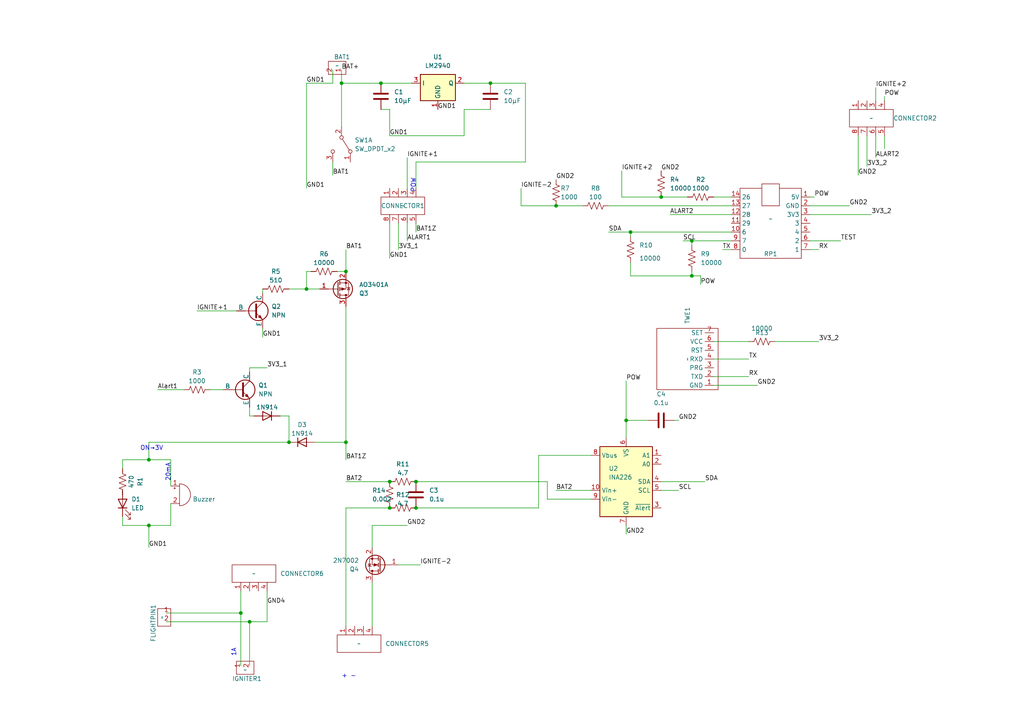
<source format=kicad_sch>
(kicad_sch (version 20230121) (generator eeschema)
  (paper "A4")
  (title_block (title "種子島コンテスト2024") (date "2024-02-01") (company "WASAロケットプロジェクト"))
  (lib_symbols
    (symbol "Device:Buzzer" (pin_names (offset 0.0254) hide)
      (property "Reference" "BZ" (at 3.81 1.27 0))
      (property "Value" "Buzzer" (at 3.81 -1.27 0))
      (symbol "Buzzer_0_1"
        (arc (start 0 -3.175) (mid 3.1612 0) (end 0 3.175))
        (polyline (pts (xy -1.651 1.905) (xy -1.143 1.905)))
        (polyline (pts (xy -1.397 2.159) (xy -1.397 1.651)))
        (polyline (pts (xy 0 3.175) (xy 0 -3.175)))
      )
      (symbol "Buzzer_1_1"
        (pin passive line (at -2.54 2.54 0) (length 2.54) (name "-") (number "1"))
        (pin passive line (at -2.54 -2.54 0) (length 2.54) (name "+") (number "2"))
      )
    )
    (symbol "Device:C" (pin_numbers hide) (pin_names (offset 0.254))
      (property "Reference" "C" (at 0.635 2.54 0))
      (property "Value" "C" (at 0.635 -2.54 0))
      (symbol "C_0_1"
        (polyline (pts (xy -2.032 -0.762) (xy 2.032 -0.762)) (stroke (width 0.508)))
        (polyline (pts (xy -2.032 0.762) (xy 2.032 0.762)) (stroke (width 0.508)))
      )
      (symbol "C_1_1"
        (pin passive line (at 0 3.81 270) (length 2.794) (name "~") (number "1"))
        (pin passive line (at 0 -3.81 90) (length 2.794) (name "~") (number "2"))
      )
    )
    (symbol "Device:LED" (pin_numbers hide) (pin_names (offset 1.016) hide)
      (property "Reference" "D" (at 0 2.54 0))
      (property "Value" "LED" (at 0 -2.54 0))
      (symbol "LED_0_1"
        (polyline (pts (xy -1.27 -1.27) (xy -1.27 1.27)) (stroke (width 0.254)))
        (polyline (pts (xy -1.27 0) (xy 1.27 0)))
        (polyline (pts (xy 1.27 -1.27) (xy 1.27 1.27) (xy -1.27 0) (xy 1.27 -1.27)) (stroke (width 0.254)))
        (polyline (pts (xy -3.048 -0.762) (xy -4.572 -2.286) (xy -3.81 -2.286) (xy -4.572 -2.286) (xy -4.572 -1.524)))
        (polyline (pts (xy -1.778 -0.762) (xy -3.302 -2.286) (xy -2.54 -2.286) (xy -3.302 -2.286) (xy -3.302 -1.524)))
      )
      (symbol "LED_1_1"
        (pin passive line (at -3.81 0 0) (length 2.54) (name "K") (number "1"))
        (pin passive line (at 3.81 0 180) (length 2.54) (name "A") (number "2"))
      )
    )
    (symbol "Device:R_US" (pin_numbers hide) (pin_names (offset 0))
      (property "Reference" "R" (at 2.54 0 90))
      (property "Value" "R_US" (at -2.54 0 90))
      (symbol "R_US_0_1"
        (polyline (pts (xy 0 -2.286) (xy 0 -2.54)))
        (polyline (pts (xy 0 2.286) (xy 0 2.54)))
        (polyline (pts (xy 0 -0.762) (xy 1.016 -1.143) (xy 0 -1.524) (xy -1.016 -1.905) (xy 0 -2.286)))
        (polyline (pts (xy 0 0.762) (xy 1.016 0.381) (xy 0 0) (xy -1.016 -0.381) (xy 0 -0.762)))
        (polyline (pts (xy 0 2.286) (xy 1.016 1.905) (xy 0 1.524) (xy -1.016 1.143) (xy 0 0.762)))
      )
      (symbol "R_US_1_1"
        (pin passive line (at 0 3.81 270) (length 1.27) (name "~") (number "1"))
        (pin passive line (at 0 -3.81 90) (length 1.27) (name "~") (number "2"))
      )
    )
    (symbol "Diode:1N914" (pin_numbers hide) (pin_names hide)
      (property "Reference" "D" (at 0 2.54 0))
      (property "Value" "1N914" (at 0 -2.54 0))
      (symbol "1N914_0_1"
        (polyline (pts (xy -1.27 1.27) (xy -1.27 -1.27)) (stroke (width 0.254)))
        (polyline (pts (xy 1.27 0) (xy -1.27 0)))
        (polyline (pts (xy 1.27 1.27) (xy 1.27 -1.27) (xy -1.27 0) (xy 1.27 1.27)) (stroke (width 0.254)))
      )
      (symbol "1N914_1_1"
        (pin passive line (at -3.81 0 0) (length 2.54) (name "K") (number "1"))
        (pin passive line (at 3.81 0 180) (length 2.54) (name "A") (number "2"))
      )
    )
    (symbol "Modelrocket Igniter:SingleIgniter"
      (property "Reference" "Ig" (at 0 -3.81 0))
      (symbol "SingleIgniter_0_1"
        (rectangle (start -2.54 2.54) (end 2.54 -1.27))
      )
      (symbol "SingleIgniter_1_1"
        (pin input line (at -1.27 1.27 90) (length 0) (name "") (number "1"))
        (pin input line (at 1.27 1.27 90) (length 0) (name "") (number "2"))
      )
    )
    (symbol "MyConnector:4pin_looseconnector"
      (property "Reference" "CONNECTOR" (at 0 -3.81 0))
      (symbol "4pin_looseconnector_0_1"
        (polyline (pts (xy -6.35 2.54) (xy -6.35 -2.54) (xy 6.35 -2.54) (xy 6.35 2.54) (xy -6.35 2.54)))
      )
      (symbol "4pin_looseconnector_1_1"
        (pin input line (at -3.81 5.08 270) (length 2.54) (name "") (number "1"))
        (pin input line (at -1.27 5.08 270) (length 2.54) (name "") (number "2"))
        (pin input line (at 1.27 5.08 270) (length 2.54) (name "") (number "3"))
        (pin input line (at 3.81 5.08 270) (length 2.54) (name "") (number "4"))
      )
    )
    (symbol "MyConnector:8pin_looseconnector"
      (property "Reference" "CONNECTOR" (at 0 0 0))
      (symbol "8pin_looseconnector_0_1"
        (polyline (pts (xy -6.35 2.54) (xy -6.35 -2.54) (xy 6.35 -2.54) (xy 6.35 2.54) (xy -6.35 2.54)))
      )
      (symbol "8pin_looseconnector_1_1"
        (pin input line (at -3.81 5.08 270) (length 2.54) (name "") (number "1"))
        (pin input line (at -1.27 5.08 270) (length 2.54) (name "") (number "2"))
        (pin input line (at 1.27 5.08 270) (length 2.54) (name "") (number "3"))
        (pin input line (at 3.81 5.08 270) (length 2.54) (name "") (number "4"))
        (pin input line (at 3.81 -5.08 90) (length 2.54) (name "") (number "5"))
        (pin input line (at 1.27 -5.08 90) (length 2.54) (name "") (number "6"))
        (pin input line (at -1.27 -5.08 90) (length 2.54) (name "") (number "7"))
        (pin input line (at -3.81 -5.08 90) (length 2.54) (name "") (number "8"))
      )
    )
    (symbol "Regulator_Linear:IFX27001TFV50"
      (property "Reference" "U" (at 0 6.35 0))
      (property "Value" "IFX27001TFV50" (at 0 3.81 0))
      (symbol "IFX27001TFV50_1_1"
        (rectangle (start -5.08 2.54) (end 5.08 -5.08) (stroke (width 0.254)) (fill (type background)))
        (pin power_in line (at 0 -7.62 90) (length 2.54) (name "GND") (number "1"))
        (pin power_out line (at 7.62 0 180) (length 2.54) (name "Q") (number "2"))
        (pin power_in line (at -7.62 0 0) (length 2.54) (name "I") (number "3"))
      )
    )
    (symbol "Sensor_Energy:INA226"
      (property "Reference" "U" (at -6.35 11.43 0))
      (property "Value" "INA226" (at 3.81 11.43 0))
      (symbol "INA226_0_1"
        (rectangle (start 7.62 10.16) (end -7.62 -10.16) (stroke (width 0.254)) (fill (type background)))
      )
      (symbol "INA226_1_1"
        (pin input line (at 10.16 7.62 180) (length 2.54) (name "A1") (number "1"))
        (pin input line (at -10.16 -2.54 0) (length 2.54) (name "Vin+") (number "10"))
        (pin input line (at 10.16 5.08 180) (length 2.54) (name "A0") (number "2"))
        (pin open_collector line (at 10.16 -7.62 180) (length 2.54) (name "~{Alert}") (number "3"))
        (pin bidirectional line (at 10.16 0 180) (length 2.54) (name "SDA") (number "4"))
        (pin input line (at 10.16 -2.54 180) (length 2.54) (name "SCL") (number "5"))
        (pin power_in line (at 0 12.7 270) (length 2.54) (name "VS") (number "6"))
        (pin power_in line (at 0 -12.7 90) (length 2.54) (name "GND") (number "7"))
        (pin input line (at -10.16 7.62 0) (length 2.54) (name "Vbus") (number "8"))
        (pin input line (at -10.16 -5.08 0) (length 2.54) (name "Vin-") (number "9"))
      )
    )
    (symbol "Simulation_SPICE:NPN" (pin_numbers hide) (pin_names (offset 0))
      (property "Reference" "Q" (at -2.54 7.62 0))
      (property "Value" "NPN" (at -2.54 5.08 0))
      (symbol "NPN_0_1"
        (polyline (pts (xy -2.54 0) (xy 0.635 0)) (stroke (width 0.1524)))
        (polyline (pts (xy 0.635 0.635) (xy 2.54 2.54)))
        (polyline (pts (xy 2.794 -1.27) (xy 2.794 -1.27)) (stroke (width 0.1524)))
        (polyline (pts (xy 2.794 -1.27) (xy 2.794 -1.27)) (stroke (width 0.1524)))
        (polyline (pts (xy 0.635 -0.635) (xy 2.54 -2.54) (xy 2.54 -2.54)))
        (polyline (pts (xy 0.635 1.905) (xy 0.635 -1.905) (xy 0.635 -1.905)) (stroke (width 0.508)))
        (polyline (pts (xy 1.27 -1.778) (xy 1.778 -1.27) (xy 2.286 -2.286) (xy 1.27 -1.778) (xy 1.27 -1.778)) (fill (type outline)))
        (circle (center 1.27 0) (radius 2.8194) (stroke (width 0.254)))
      )
      (symbol "NPN_1_1"
        (pin open_collector line (at 2.54 5.08 270) (length 2.54) (name "C") (number "1"))
        (pin input line (at -5.08 0 0) (length 2.54) (name "B") (number "2"))
        (pin open_emitter line (at 2.54 -5.08 90) (length 2.54) (name "E") (number "3"))
      )
    )
    (symbol "Switch:SW_DPDT_x2" (pin_names (offset 0) hide)
      (property "Reference" "SW" (at 0 4.318 0))
      (property "Value" "SW_DPDT_x2" (at 0 -5.08 0))
      (symbol "SW_DPDT_x2_0_0"
        (circle (center -2.032 0) (radius 0.508))
        (circle (center 2.032 -2.54) (radius 0.508))
      )
      (symbol "SW_DPDT_x2_0_1"
        (polyline (pts (xy -1.524 0.254) (xy 1.651 2.286)))
        (circle (center 2.032 2.54) (radius 0.508))
      )
      (symbol "SW_DPDT_x2_1_1"
        (pin passive line (at 5.08 2.54 180) (length 2.54) (name "A") (number "1"))
        (pin passive line (at -5.08 0 0) (length 2.54) (name "B") (number "2"))
        (pin passive line (at 5.08 -2.54 180) (length 2.54) (name "C") (number "3"))
      )
      (symbol "SW_DPDT_x2_2_1"
        (pin passive line (at 5.08 2.54 180) (length 2.54) (name "A") (number "4"))
        (pin passive line (at -5.08 0 0) (length 2.54) (name "B") (number "5"))
        (pin passive line (at 5.08 -2.54 180) (length 2.54) (name "C") (number "6"))
      )
    )
    (symbol "Transistor_FET:2N7002" (pin_names hide)
      (property "Reference" "Q" (at 5.08 1.905 0))
      (property "Value" "2N7002" (at 5.08 0 0))
      (symbol "2N7002_0_1"
        (polyline (pts (xy 0.254 0) (xy -2.54 0)))
        (polyline (pts (xy 0.254 1.905) (xy 0.254 -1.905)) (stroke (width 0.254)))
        (polyline (pts (xy 0.762 -1.27) (xy 0.762 -2.286)) (stroke (width 0.254)))
        (polyline (pts (xy 0.762 0.508) (xy 0.762 -0.508)) (stroke (width 0.254)))
        (polyline (pts (xy 0.762 2.286) (xy 0.762 1.27)) (stroke (width 0.254)))
        (polyline (pts (xy 2.54 2.54) (xy 2.54 1.778)))
        (polyline (pts (xy 2.54 -2.54) (xy 2.54 0) (xy 0.762 0)))
        (polyline (pts (xy 0.762 -1.778) (xy 3.302 -1.778) (xy 3.302 1.778) (xy 0.762 1.778)))
        (polyline (pts (xy 1.016 0) (xy 2.032 0.381) (xy 2.032 -0.381) (xy 1.016 0)) (fill (type outline)))
        (polyline (pts (xy 2.794 0.508) (xy 2.921 0.381) (xy 3.683 0.381) (xy 3.81 0.254)))
        (polyline (pts (xy 3.302 0.381) (xy 2.921 -0.254) (xy 3.683 -0.254) (xy 3.302 0.381)))
        (circle (center 1.651 0) (radius 2.794) (stroke (width 0.254)))
        (circle (center 2.54 -1.778) (radius 0.254) (fill (type outline)))
        (circle (center 2.54 1.778) (radius 0.254) (fill (type outline)))
      )
      (symbol "2N7002_1_1"
        (pin input line (at -5.08 0 0) (length 2.54) (name "G") (number "1"))
        (pin passive line (at 2.54 -5.08 90) (length 2.54) (name "S") (number "2"))
        (pin passive line (at 2.54 5.08 270) (length 2.54) (name "D") (number "3"))
      )
    )
    (symbol "Transistor_FET:AO3401A" (pin_names hide)
      (property "Reference" "Q" (at 5.08 1.905 0))
      (property "Value" "AO3401A" (at 5.08 0 0))
      (symbol "AO3401A_0_1"
        (polyline (pts (xy 0.254 0) (xy -2.54 0)))
        (polyline (pts (xy 0.254 1.905) (xy 0.254 -1.905)) (stroke (width 0.254)))
        (polyline (pts (xy 0.762 -1.27) (xy 0.762 -2.286)) (stroke (width 0.254)))
        (polyline (pts (xy 0.762 0.508) (xy 0.762 -0.508)) (stroke (width 0.254)))
        (polyline (pts (xy 0.762 2.286) (xy 0.762 1.27)) (stroke (width 0.254)))
        (polyline (pts (xy 2.54 2.54) (xy 2.54 1.778)))
        (polyline (pts (xy 2.54 -2.54) (xy 2.54 0) (xy 0.762 0)))
        (polyline (pts (xy 0.762 1.778) (xy 3.302 1.778) (xy 3.302 -1.778) (xy 0.762 -1.778)))
        (polyline (pts (xy 2.286 0) (xy 1.27 0.381) (xy 1.27 -0.381) (xy 2.286 0)) (fill (type outline)))
        (polyline (pts (xy 2.794 -0.508) (xy 2.921 -0.381) (xy 3.683 -0.381) (xy 3.81 -0.254)))
        (polyline (pts (xy 3.302 -0.381) (xy 2.921 0.254) (xy 3.683 0.254) (xy 3.302 -0.381)))
        (circle (center 1.651 0) (radius 2.794) (stroke (width 0.254)))
        (circle (center 2.54 -1.778) (radius 0.254) (fill (type outline)))
        (circle (center 2.54 1.778) (radius 0.254) (fill (type outline)))
      )
      (symbol "AO3401A_1_1"
        (pin input line (at -5.08 0 0) (length 2.54) (name "G") (number "1"))
        (pin passive line (at 2.54 -5.08 90) (length 2.54) (name "S") (number "2"))
        (pin passive line (at 2.54 5.08 270) (length 2.54) (name "D") (number "3"))
      )
    )
    (symbol "miconboard:Seeed_Xiao_RP2040"
      (property "Reference" "RP2040" (at 0 -1.27 90))
      (symbol "Seeed_Xiao_RP2040_1_1"
        (polyline (pts (xy -8.89 -11.43) (xy -8.89 8.89) (xy -2.54 8.89) (xy -2.54 10.16) (xy -2.54 3.81) (xy 2.54 3.81) (xy 2.54 10.16) (xy -2.54 10.16) (xy 2.54 10.16) (xy 2.54 8.89) (xy 8.89 8.89) (xy 8.89 -11.43) (xy -7.62 -11.43) (xy -8.89 -11.43)))
        (pin input line (at 11.43 6.35 180) (length 2.54) (name "5V") (number "1"))
        (pin input line (at -11.43 -3.81 0) (length 2.54) (name "6") (number "10"))
        (pin input line (at -11.43 -1.27 0) (length 2.54) (name "29") (number "11"))
        (pin input line (at -11.43 1.27 0) (length 2.54) (name "28") (number "12"))
        (pin input line (at -11.43 3.81 0) (length 2.54) (name "27") (number "13"))
        (pin input line (at -11.43 6.35 0) (length 2.54) (name "26") (number "14"))
        (pin input line (at 11.43 3.81 180) (length 2.54) (name "GND") (number "2"))
        (pin input line (at 11.43 1.27 180) (length 2.54) (name "3V3") (number "3"))
        (pin input line (at 11.43 -1.27 180) (length 2.54) (name "3") (number "4"))
        (pin input line (at 11.43 -3.81 180) (length 2.54) (name "4") (number "5"))
        (pin input line (at 11.43 -6.35 180) (length 2.54) (name "2") (number "6"))
        (pin input line (at 11.43 -8.89 180) (length 2.54) (name "1") (number "7"))
        (pin input line (at -11.43 -8.89 0) (length 2.54) (name "0") (number "8"))
        (pin input line (at -11.43 -6.35 0) (length 2.54) (name "7") (number "9"))
      )
    )
    (symbol "miconboard:TWELITE_UART"
      (property "Reference" "TWE" (at 0 0 0))
      (symbol "TWELITE_UART_0_1"
        (rectangle (start -8.89 8.89) (end 8.89 -8.89))
      )
      (symbol "TWELITE_UART_1_1"
        (pin input line (at -7.62 -7.62 90) (length 2.54) (name "GND") (number "1"))
        (pin input line (at -5.08 -7.62 90) (length 2.54) (name "TXD") (number "2"))
        (pin input line (at -2.54 -7.62 90) (length 2.54) (name "PRG") (number "3"))
        (pin input line (at 0 -7.62 90) (length 2.54) (name "RXD") (number "4"))
        (pin input line (at 2.54 -7.62 90) (length 2.54) (name "RST") (number "5"))
        (pin input line (at 5.08 -7.62 90) (length 2.54) (name "VCC") (number "6"))
        (pin input line (at 7.62 -7.62 90) (length 2.54) (name "SET") (number "7"))
      )
    )
  )
  (junction (at 99.06 24.13))
  (junction (at 142.24 24.13))
  (junction (at 181.61 121.92))
  (junction (at 113.03 139.7))
  (junction (at 83.82 128.27))
  (junction (at 161.29 59.69))
  (junction (at 200.66 80.01))
  (junction (at 120.65 139.7))
  (junction (at 43.18 152.4))
  (junction (at 120.65 147.32))
  (junction (at 69.85 177.8))
  (junction (at 100.33 128.27))
  (junction (at 110.49 24.13))
  (junction (at 191.77 57.15))
  (junction (at 72.39 180.34))
  (junction (at 182.88 67.31))
  (junction (at 43.18 133.35))
  (junction (at 200.66 69.85))
  (junction (at 113.03 147.32))
  (junction (at 100.33 78.74))
  (junction (at 88.9 83.82))
  (wire (pts (xy 76.2 83.82) (xy 76.2 85.09)))
  (wire (pts (xy 180.34 49.53) (xy 180.34 57.15)))
  (wire (pts (xy 182.88 68.58) (xy 182.88 67.31)))
  (wire (pts (xy 194.31 62.23) (xy 212.09 62.23)))
  (wire (pts (xy 69.85 171.45) (xy 69.85 177.8)))
  (wire (pts (xy 254 45.72) (xy 254 39.37)))
  (wire (pts (xy 158.75 144.78) (xy 171.45 144.78)))
  (wire (pts (xy 187.96 121.92) (xy 181.61 121.92)))
  (wire (pts (xy 49.53 152.4) (xy 43.18 152.4)))
  (wire (pts (xy 118.11 45.72) (xy 118.11 54.61)))
  (wire (pts (xy 200.66 69.85) (xy 212.09 69.85)))
  (wire (pts (xy 182.88 80.01) (xy 200.66 80.01)))
  (wire (pts (xy 96.52 50.8) (xy 96.52 46.99)))
  (wire (pts (xy 69.85 177.8) (xy 69.85 193.04)))
  (wire (pts (xy 207.01 99.06) (xy 217.17 99.06)))
  (wire (pts (xy 96.52 24.13) (xy 88.9 24.13)))
  (wire (pts (xy 251.46 48.26) (xy 251.46 39.37)))
  (wire (pts (xy 120.65 147.32) (xy 156.21 147.32)))
  (wire (pts (xy 118.11 64.77) (xy 118.11 69.85)))
  (wire (pts (xy 248.92 50.8) (xy 248.92 39.37)))
  (wire (pts (xy 57.15 90.17) (xy 68.58 90.17)))
  (wire (pts (xy 134.62 31.75) (xy 142.24 31.75)))
  (wire (pts (xy 49.53 146.05) (xy 49.53 152.4)))
  (wire (pts (xy 120.65 46.99) (xy 152.4 46.99)))
  (wire (pts (xy 234.95 72.39) (xy 237.49 72.39)))
  (wire (pts (xy 35.56 152.4) (xy 43.18 152.4)))
  (wire (pts (xy 53.34 113.03) (xy 45.72 113.03)))
  (wire (pts (xy 83.82 120.65) (xy 83.82 128.27)))
  (wire (pts (xy 180.34 57.15) (xy 191.77 57.15)))
  (wire (pts (xy 35.56 133.35) (xy 43.18 133.35)))
  (wire (pts (xy 43.18 128.27) (xy 83.82 128.27)))
  (wire (pts (xy 120.65 67.31) (xy 120.65 64.77)))
  (wire (pts (xy 156.21 132.08) (xy 171.45 132.08)))
  (wire (pts (xy 81.28 120.65) (xy 83.82 120.65)))
  (wire (pts (xy 182.88 67.31) (xy 212.09 67.31)))
  (wire (pts (xy 113.03 139.7) (xy 100.33 139.7)))
  (wire (pts (xy 107.95 152.4) (xy 118.11 152.4)))
  (wire (pts (xy 72.39 180.34) (xy 72.39 193.04)))
  (wire (pts (xy 152.4 46.99) (xy 152.4 24.13)))
  (wire (pts (xy 91.44 128.27) (xy 100.33 128.27)))
  (wire (pts (xy 142.24 24.13) (xy 152.4 24.13)))
  (wire (pts (xy 100.33 72.39) (xy 100.33 78.74)))
  (wire (pts (xy 73.66 120.65) (xy 72.39 120.65)))
  (wire (pts (xy 83.82 83.82) (xy 88.9 83.82)))
  (wire (pts (xy 176.53 67.31) (xy 182.88 67.31)))
  (wire (pts (xy 115.57 72.39) (xy 115.57 64.77)))
  (wire (pts (xy 181.61 152.4) (xy 181.61 154.94)))
  (wire (pts (xy 181.61 121.92) (xy 181.61 127)))
  (wire (pts (xy 113.03 31.75) (xy 110.49 31.75)))
  (wire (pts (xy 224.79 99.06) (xy 237.49 99.06)))
  (wire (pts (xy 254 25.4) (xy 254 29.21)))
  (wire (pts (xy 203.2 82.55) (xy 203.2 80.01)))
  (wire (pts (xy 236.22 57.15) (xy 234.95 57.15)))
  (wire (pts (xy 234.95 59.69) (xy 246.38 59.69)))
  (wire (pts (xy 200.66 80.01) (xy 200.66 78.74)))
  (wire (pts (xy 196.85 121.92) (xy 195.58 121.92)))
  (wire (pts (xy 43.18 128.27) (xy 43.18 133.35)))
  (wire (pts (xy 107.95 158.75) (xy 107.95 152.4)))
  (wire (pts (xy 209.55 72.39) (xy 212.09 72.39)))
  (wire (pts (xy 161.29 142.24) (xy 171.45 142.24)))
  (wire (pts (xy 256.54 27.94) (xy 256.54 29.21)))
  (wire (pts (xy 96.52 20.32) (xy 96.52 24.13)))
  (wire (pts (xy 151.13 54.61) (xy 151.13 59.69)))
  (wire (pts (xy 35.56 143.51) (xy 35.56 142.24)))
  (wire (pts (xy 113.03 39.37) (xy 113.03 31.75)))
  (wire (pts (xy 191.77 139.7) (xy 204.47 139.7)))
  (wire (pts (xy 115.57 163.83) (xy 121.92 163.83)))
  (wire (pts (xy 88.9 83.82) (xy 92.71 83.82)))
  (wire (pts (xy 158.75 139.7) (xy 158.75 144.78)))
  (wire (pts (xy 234.95 69.85) (xy 243.84 69.85)))
  (wire (pts (xy 207.01 109.22) (xy 217.17 109.22)))
  (wire (pts (xy 120.65 54.61) (xy 120.65 46.99)))
  (wire (pts (xy 151.13 59.69) (xy 161.29 59.69)))
  (wire (pts (xy 35.56 149.86) (xy 35.56 152.4)))
  (wire (pts (xy 60.96 113.03) (xy 64.77 113.03)))
  (wire (pts (xy 191.77 57.15) (xy 199.39 57.15)))
  (wire (pts (xy 161.29 59.69) (xy 168.91 59.69)))
  (wire (pts (xy 99.06 24.13) (xy 99.06 36.83)))
  (wire (pts (xy 107.95 168.91) (xy 107.95 181.61)))
  (wire (pts (xy 100.33 78.74) (xy 97.79 78.74)))
  (wire (pts (xy 88.9 24.13) (xy 88.9 54.61)))
  (wire (pts (xy 49.53 133.35) (xy 49.53 140.97)))
  (wire (pts (xy 200.66 71.12) (xy 200.66 69.85)))
  (wire (pts (xy 48.26 177.8) (xy 69.85 177.8)))
  (wire (pts (xy 191.77 142.24) (xy 196.85 142.24)))
  (wire (pts (xy 181.61 110.49) (xy 181.61 121.92)))
  (wire (pts (xy 100.33 147.32) (xy 100.33 181.61)))
  (wire (pts (xy 72.39 106.68) (xy 77.47 106.68)))
  (wire (pts (xy 100.33 147.32) (xy 113.03 147.32)))
  (wire (pts (xy 72.39 106.68) (xy 72.39 107.95)))
  (wire (pts (xy 207.01 57.15) (xy 212.09 57.15)))
  (wire (pts (xy 88.9 78.74) (xy 90.17 78.74)))
  (wire (pts (xy 134.62 24.13) (xy 142.24 24.13)))
  (wire (pts (xy 182.88 76.2) (xy 182.88 80.01)))
  (wire (pts (xy 88.9 78.74) (xy 88.9 83.82)))
  (wire (pts (xy 35.56 133.35) (xy 35.56 135.89)))
  (wire (pts (xy 256.54 43.18) (xy 256.54 39.37)))
  (wire (pts (xy 207.01 104.14) (xy 217.17 104.14)))
  (wire (pts (xy 48.26 180.34) (xy 72.39 180.34)))
  (wire (pts (xy 234.95 62.23) (xy 252.73 62.23)))
  (wire (pts (xy 110.49 24.13) (xy 119.38 24.13)))
  (wire (pts (xy 100.33 128.27) (xy 100.33 133.35)))
  (wire (pts (xy 77.47 171.45) (xy 77.47 180.34)))
  (wire (pts (xy 99.06 20.32) (xy 99.06 24.13)))
  (wire (pts (xy 113.03 39.37) (xy 134.62 39.37)))
  (wire (pts (xy 99.06 24.13) (xy 110.49 24.13)))
  (wire (pts (xy 156.21 132.08) (xy 156.21 147.32)))
  (wire (pts (xy 77.47 180.34) (xy 72.39 180.34)))
  (wire (pts (xy 72.39 118.11) (xy 72.39 120.65)))
  (wire (pts (xy 134.62 39.37) (xy 134.62 31.75)))
  (wire (pts (xy 200.66 80.01) (xy 203.2 80.01)))
  (wire (pts (xy 100.33 88.9) (xy 100.33 128.27)))
  (wire (pts (xy 207.01 111.76) (xy 219.71 111.76)))
  (wire (pts (xy 198.12 69.85) (xy 200.66 69.85)))
  (wire (pts (xy 176.53 59.69) (xy 212.09 59.69)))
  (wire (pts (xy 120.65 139.7) (xy 158.75 139.7)))
  (wire (pts (xy 113.03 74.93) (xy 113.03 64.77)))
  (wire (pts (xy 76.2 95.25) (xy 76.2 97.79)))
  (wire (pts (xy 43.18 133.35) (xy 49.53 133.35)))
  (wire (pts (xy 43.18 152.4) (xy 43.18 158.75)))
  (text "20mA" (at 49.53 139.7 90) (effects (font (size 1.27 1.27)) (justify left bottom)))
  (text "1A" (at 68.58 190.5 90) (effects (font (size 1.27 1.27)) (justify left bottom)))
  (text "POW" (at 120.65 55.88 90) (effects (font (size 1.27 1.27)) (justify left bottom)))
  (text "ON→3V" (at 40.64 130.81 0) (effects (font (size 1.27 1.27)) (justify left bottom)))
  (text "+ -" (at 99.06 196.85 0) (effects (font (size 1.27 1.27)) (justify left bottom)))
  (label "RX" (at 217.17 109.22 0))
  (label "3V3_1" (at 115.57 72.39 0))
  (label "POW" (at 236.22 57.15 0))
  (label "GND1" (at 113.03 74.93 0))
  (label "GND2" (at 248.92 50.8 0))
  (label "RX" (at 237.49 72.39 0))
  (label "3V3_1" (at 77.47 106.68 0))
  (label "IGNITE-2" (at 121.92 163.83 0))
  (label "GND1" (at 88.9 54.61 0))
  (label "GND2" (at 118.11 152.4 0))
  (label "SCL" (at 198.12 69.85 0))
  (label "GND2" (at 246.38 59.69 0))
  (label "GND1" (at 113.03 39.37 0))
  (label "BAT2" (at 161.29 142.24 0))
  (label "BAT1" (at 100.33 72.39 0))
  (label "3V3_2" (at 252.73 62.23 0))
  (label "IGNITE+1" (at 57.15 90.17 0))
  (label "ALART2" (at 254 45.72 0))
  (label "ALART2" (at 194.31 62.23 0))
  (label "BAT1Z" (at 100.33 133.35 0))
  (label "IGNITE-2" (at 151.13 54.61 0))
  (label "SDA" (at 204.47 139.7 0))
  (label "GND2" (at 219.71 111.76 0))
  (label "IGNITE+2" (at 254 25.4 0))
  (label "3V3_2" (at 251.46 48.26 0))
  (label "TX" (at 209.55 72.39 0))
  (label "3V3_2" (at 237.49 99.06 0))
  (label "GND4" (at 77.47 175.26 0))
  (label "BAT+" (at 99.06 20.32 0))
  (label "IGNITE+2" (at 180.34 49.53 0))
  (label "TX" (at 217.17 104.14 0))
  (label "POW" (at 256.54 27.94 0))
  (label "BAT2" (at 100.33 139.7 0))
  (label "GND2" (at 191.77 49.53 0))
  (label "GND1" (at 127 31.75 0))
  (label "GND2" (at 196.85 121.92 0))
  (label "BAT1" (at 96.52 50.8 0))
  (label "GND1" (at 43.18 158.75 0))
  (label "SCL" (at 196.85 142.24 0))
  (label "POW" (at 203.2 82.55 0))
  (label "GND1" (at 76.2 97.79 0))
  (label "GND1" (at 88.9 24.13 0))
  (label "POW" (at 181.61 110.49 0))
  (label "IGNITE+1" (at 118.11 45.72 0))
  (label "Alart1" (at 45.72 113.03 0))
  (label "ALART1" (at 118.11 69.85 0))
  (label "GND2" (at 161.29 52.07 0))
  (label "SDA" (at 176.53 67.31 0))
  (label "TEST" (at 243.84 69.85 0))
  (label "GND2" (at 181.61 154.94 0))
  (label "BAT1Z" (at 120.65 67.31 0))
  (symbol (lib_id "Switch:SW_DPDT_x2") (at 99.06 41.91 270) (unit 1)
    (property "Reference" "SW1" (at 102.87 40.64 90) (effects (justify left)))
    (property "Value" "SW_DPDT_x2" (at 102.87 43.18 90) (effects (justify left)))
    (property "Footprint" "2pinconnector:SW" (effects hide))
  )
  (symbol (lib_id "Device:R_US") (at 35.56 139.7 0) (unit 1)
    (property "Reference" "R1" (at 40.64 139.7 90))
    (property "Value" "470" (at 38.1 139.7 90))
    (property "Footprint" "2pinconnector:30mil" (effects hide))
  )
  (symbol (lib_id "Device:R_US") (at 116.84 147.32 270) (unit 1)
    (property "Reference" "R12" (at 116.84 143.51 90))
    (property "Value" "4.7" (at 116.84 146.05 90))
    (property "Footprint" "2pinconnector:30mil" (effects hide))
  )
  (symbol (lib_id "Diode:1N914") (at 77.47 120.65 0) (mirror y) (unit 1)
    (property "Reference" "D2" (effects hide))
    (property "Value" "1N914" (at 77.47 118.11 0))
    (property "Footprint" "Diode_THT:D_DO-35_SOD27_P7.62mm_Horizontal" (effects hide))
    (property "Datasheet" "http://www.vishay.com/docs/85622/1n914.pdf" (effects hide))
    (property "Sim.Device" "D" (effects hide))
    (property "Sim.Pins" "1=K 2=A" (effects hide))
  )
  (symbol (lib_id "Device:C") (at 120.65 143.51 0) (unit 1)
    (property "Reference" "C3" (at 124.46 142.24 0) (effects (justify left)))
    (property "Value" "0.1u" (at 124.46 144.78 0) (effects (justify left)))
    (property "Footprint" "Capacitor_SMD:C_1206_3216Metric_Pad1.33x1.80mm_HandSolder" (effects hide))
  )
  (symbol (lib_id "miconboard:TWELITE_UART") (at 199.39 104.14 90) (unit 1)
    (property "Reference" "TWE1" (at 199.39 93.98 0) (effects (justify left)))
    (property "Value" "~" (at 199.39 104.14 0))
    (property "Footprint" "2pinconnector:TWELITE" (effects hide))
  )
  (symbol (lib_id "Device:R_US") (at 57.15 113.03 270) (unit 1)
    (property "Reference" "R3" (at 57.15 107.95 90))
    (property "Value" "1000" (at 57.15 110.49 90))
    (property "Footprint" "2pinconnector:1.05K" (effects hide))
  )
  (symbol (lib_id "Regulator_Linear:IFX27001TFV50") (at 127 24.13 0) (unit 1)
    (property "Reference" "U1" (at 127 16.51 0))
    (property "Value" "LM2940" (at 127 19.05 0))
    (property "Footprint" "Package_TO_SOT_SMD:TO-252-3_TabPin2" (effects hide))
    (property "Datasheet" "https://static6.arrow.com/aropdfconversion/dc75757ae45a88e5f69bdce3f2a651a5fe0ca07d/ifx27001_ds_10.pdf" (effects hide))
  )
  (symbol (lib_id "Modelrocket Igniter:SingleIgniter") (at 71.12 194.31 0) (unit 1)
    (property "Reference" "IGNITER1" (at 67.31 196.85 0) (effects (justify left)))
    (property "Value" "~" (at 71.12 194.31 0))
    (property "Footprint" "2pinconnector:2pin_connector" (effects hide))
  )
  (symbol (lib_id "MyConnector:8pin_looseconnector") (at 116.84 59.69 0) (unit 1)
    (property "Reference" "CONNECTOR1" (at 110.49 59.69 0) (effects (justify left)))
    (property "Value" "~" (at 116.84 59.69 0))
    (property "Footprint" "MyConnector:8pin_looseconnector" (effects hide))
  )
  (symbol (lib_id "Modelrocket Igniter:SingleIgniter") (at 97.79 19.05 180) (unit 1)
    (property "Reference" "BAT1" (at 101.6 16.51 0) (effects (justify left)))
    (property "Value" "~" (at 97.79 19.05 0))
    (property "Footprint" "2pinconnector:3pin_connector" (effects hide))
  )
  (symbol (lib_id "Transistor_FET:AO3401A") (at 97.79 83.82 0) (mirror x) (unit 1)
    (property "Reference" "Q3" (at 104.14 85.09 0) (effects (justify left)))
    (property "Value" "AO3401A" (at 104.14 82.55 0) (effects (justify left)))
    (property "Footprint" "Package_TO_SOT_SMD:SOT-23" (effects hide))
    (property "Datasheet" "http://www.aosmd.com/pdfs/datasheet/AO3401A.pdf" (effects hide))
  )
  (symbol (lib_id "Device:LED") (at 35.56 146.05 90) (unit 1)
    (property "Reference" "D1" (at 38.1 144.78 90) (effects (justify right)))
    (property "Value" "LED" (at 38.1 147.32 90) (effects (justify right)))
    (property "Footprint" "LEDS:SML-D12x1" (effects hide))
  )
  (symbol (lib_id "MyConnector:4pin_looseconnector") (at 104.14 186.69 0) (unit 1)
    (property "Reference" "CONNECTOR5" (at 111.76 186.69 0) (effects (justify left)))
    (property "Value" "~" (at 104.14 186.69 0))
    (property "Footprint" "MyConnector:4pin_looseconnector" (effects hide))
  )
  (symbol (lib_id "Device:C") (at 191.77 121.92 90) (unit 1)
    (property "Reference" "C4" (at 191.77 114.3 90))
    (property "Value" "0.1u" (at 191.77 116.84 90))
    (property "Footprint" "Capacitor_SMD:C_1206_3216Metric_Pad1.33x1.80mm_HandSolder" (effects hide))
  )
  (symbol (lib_id "Device:R_US") (at 172.72 59.69 270) (unit 1)
    (property "Reference" "R8" (at 172.72 54.61 90))
    (property "Value" "100" (at 172.72 57.15 90))
    (property "Footprint" "2pinconnector:30mil" (effects hide))
  )
  (symbol (lib_id "Device:R_US") (at 203.2 57.15 270) (unit 1)
    (property "Reference" "R2" (at 203.2 52.07 90))
    (property "Value" "1000" (at 203.2 54.61 90))
    (property "Footprint" "2pinconnector:1.05K" (effects hide))
  )
  (symbol (lib_id "Simulation_SPICE:NPN") (at 69.85 113.03 0) (unit 1)
    (property "Reference" "Q1" (at 74.93 111.76 0) (effects (justify left)))
    (property "Value" "NPN" (at 74.93 114.3 0) (effects (justify left)))
    (property "Footprint" "transistors:npn" (effects hide))
    (property "Sim.Device" "NPN" (effects hide))
    (property "Sim.Type" "GUMMELPOON" (effects hide))
    (property "Sim.Pins" "1=C 2=B 3=E" (effects hide))
  )
  (symbol (lib_id "Diode:1N914") (at 87.63 128.27 0) (unit 1)
    (property "Reference" "D3" (at 87.63 123.19 0))
    (property "Value" "1N914" (at 87.63 125.73 0))
    (property "Footprint" "Diode_THT:D_DO-35_SOD27_P7.62mm_Horizontal" (effects hide))
    (property "Datasheet" "http://www.vishay.com/docs/85622/1n914.pdf" (effects hide))
    (property "Sim.Device" "D" (effects hide))
    (property "Sim.Pins" "1=K 2=A" (effects hide))
  )
  (symbol (lib_id "MyConnector:8pin_looseconnector") (at 252.73 34.29 0) (unit 1)
    (property "Reference" "CONNECTOR2" (at 259.08 34.29 0) (effects (justify left)))
    (property "Value" "~" (at 252.73 34.29 0))
    (property "Footprint" "MyConnector:8pin_looseconnector" (effects hide))
  )
  (symbol (lib_id "Device:R_US") (at 182.88 72.39 0) (unit 1)
    (property "Reference" "R10" (at 185.42 71.12 0) (effects (justify left)))
    (property "Value" "10000" (at 185.42 74.93 0) (effects (justify left)))
    (property "Footprint" "2pinconnector:30mil" (effects hide))
  )
  (symbol (lib_id "Device:C") (at 142.24 27.94 0) (unit 1)
    (property "Reference" "C2" (at 146.05 26.67 0) (effects (justify left)))
    (property "Value" "10μF" (at 146.05 29.21 0) (effects (justify left)))
    (property "Footprint" "Capacitor_SMD:C_1206_3216Metric_Pad1.33x1.80mm_HandSolder" (effects hide))
  )
  (symbol (lib_id "Sensor_Energy:INA226") (at 181.61 139.7 0) (unit 1)
    (property "Reference" "U2" (at 176.53 135.89 0) (effects (justify left)))
    (property "Value" "INA226" (at 176.53 138.43 0) (effects (justify left)))
    (property "Footprint" "Package_SO:VSSOP-10_3x3mm_P0.5mm" (effects hide))
    (property "Datasheet" "http://www.ti.com/lit/ds/symlink/ina226.pdf" (effects hide))
  )
  (symbol (lib_id "miconboard:Seeed_Xiao_RP2040") (at 223.52 63.5 0) (unit 1)
    (property "Reference" "RP1" (at 223.52 73.66 0))
    (property "Value" "~" (at 223.52 63.5 0))
    (property "Footprint" "2pinconnector:SeeedXiaoRP2040" (effects hide))
  )
  (symbol (lib_id "Modelrocket Igniter:SingleIgniter") (at 46.99 179.07 270) (unit 1)
    (property "Reference" "FLIGHTPIN1" (at 44.45 175.26 0) (effects (justify left)))
    (property "Value" "~" (at 46.99 179.07 0))
    (property "Footprint" "2pinconnector:2pin_connector" (effects hide))
  )
  (symbol (lib_id "Device:R_US") (at 161.29 55.88 180) (unit 1)
    (property "Reference" "R7" (at 162.56 54.61 0) (effects (justify right)))
    (property "Value" "1000" (at 162.56 57.15 0) (effects (justify right)))
    (property "Footprint" "2pinconnector:1.05K" (effects hide))
  )
  (symbol (lib_id "MyConnector:4pin_looseconnector") (at 73.66 166.37 0) (mirror x) (unit 1)
    (property "Reference" "CONNECTOR6" (at 81.28 166.37 0) (effects (justify left)))
    (property "Value" "~" (at 73.66 166.37 0))
    (property "Footprint" "MyConnector:4pin_looseconnector" (effects hide))
  )
  (symbol (lib_id "Transistor_FET:2N7002") (at 110.49 163.83 180) (unit 1)
    (property "Reference" "Q4" (at 104.14 165.1 0) (effects (justify left)))
    (property "Value" "2N7002" (at 104.14 162.56 0) (effects (justify left)))
    (property "Footprint" "Package_TO_SOT_SMD:SOT-23" (effects hide))
    (property "Datasheet" "https://www.onsemi.com/pub/Collateral/NDS7002A-D.PDF" (effects hide))
  )
  (symbol (lib_id "Device:R_US") (at 200.66 74.93 0) (unit 1)
    (property "Reference" "R9" (at 203.2 73.66 0) (effects (justify left)))
    (property "Value" "10000" (at 203.2 76.2 0) (effects (justify left)))
    (property "Footprint" "2pinconnector:30mil" (effects hide))
  )
  (symbol (lib_id "Device:Buzzer") (at 52.07 143.51 0) (unit 1)
    (property "Reference" "BZ1" (effects hide))
    (property "Value" "Buzzer" (at 55.88 144.78 0) (effects (justify left)))
    (property "Footprint" "Buzzer_Beeper:Buzzer_15x7.5RM7.6" (effects hide))
  )
  (symbol (lib_id "Device:R_US") (at 80.01 83.82 270) (unit 1)
    (property "Reference" "R5" (at 80.01 78.74 90))
    (property "Value" "510" (at 80.01 81.28 90))
    (property "Footprint" "2pinconnector:1.05K" (effects hide))
  )
  (symbol (lib_id "Device:R_US") (at 93.98 78.74 270) (unit 1)
    (property "Reference" "R6" (at 93.98 73.66 90))
    (property "Value" "10000" (at 93.98 76.2 90))
    (property "Footprint" "2pinconnector:30mil" (effects hide))
  )
  (symbol (lib_id "Device:C") (at 110.49 27.94 0) (unit 1)
    (property "Reference" "C1" (at 114.3 26.67 0) (effects (justify left)))
    (property "Value" "10μF" (at 114.3 29.21 0) (effects (justify left)))
    (property "Footprint" "Capacitor_SMD:C_1206_3216Metric_Pad1.33x1.80mm_HandSolder" (effects hide))
  )
  (symbol (lib_id "Device:R_US") (at 113.03 143.51 0) (unit 1)
    (property "Reference" "R14" (at 107.95 142.24 0) (effects (justify left)))
    (property "Value" "0.002" (at 107.95 144.78 0) (effects (justify left)))
    (property "Footprint" "2pinconnector:0.002" (effects hide))
  )
  (symbol (lib_id "Device:R_US") (at 116.84 139.7 270) (unit 1)
    (property "Reference" "R11" (at 116.84 134.62 90))
    (property "Value" "4.7" (at 116.84 137.16 90))
    (property "Footprint" "2pinconnector:30mil" (effects hide))
  )
  (symbol (lib_id "Device:R_US") (at 220.98 99.06 270) (unit 1)
    (property "Reference" "R13" (at 220.98 96.52 90))
    (property "Value" "10000" (at 220.98 95.25 90))
    (property "Footprint" "2pinconnector:30mil" (effects hide))
  )
  (symbol (lib_id "Device:R_US") (at 191.77 53.34 180) (unit 1)
    (property "Reference" "R4" (at 194.31 52.07 0) (effects (justify right)))
    (property "Value" "10000" (at 194.31 54.61 0) (effects (justify right)))
    (property "Footprint" "2pinconnector:30mil" (effects hide))
  )
  (symbol (lib_id "Simulation_SPICE:NPN") (at 73.66 90.17 0) (unit 1)
    (property "Reference" "Q2" (at 78.74 88.9 0) (effects (justify left)))
    (property "Value" "NPN" (at 78.74 91.44 0) (effects (justify left)))
    (property "Footprint" "transistors:npn" (effects hide))
    (property "Sim.Device" "NPN" (effects hide))
    (property "Sim.Type" "GUMMELPOON" (effects hide))
    (property "Sim.Pins" "1=C 2=B 3=E" (effects hide))
  )
)
</source>
